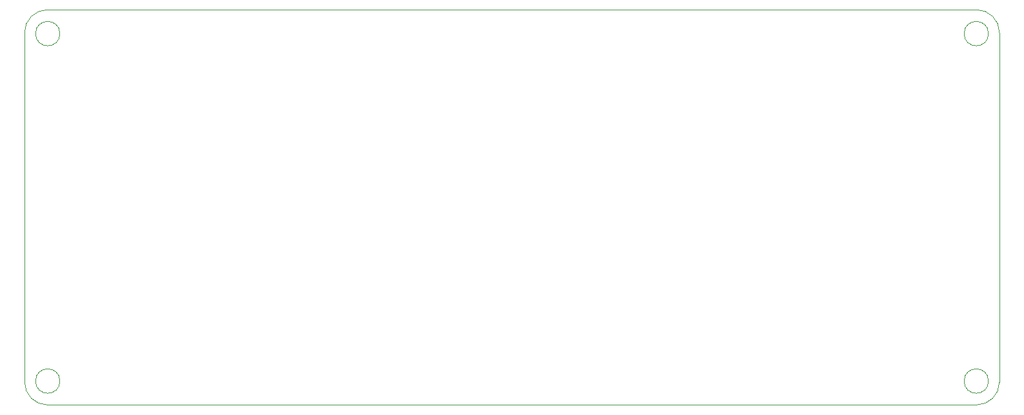
<source format=gbr>
G04 #@! TF.GenerationSoftware,KiCad,Pcbnew,(5.1.5)-3*
G04 #@! TF.CreationDate,2022-12-18T19:23:00+01:00*
G04 #@! TF.ProjectId,SNES controller protoboard,534e4553-2063-46f6-9e74-726f6c6c6572,rev?*
G04 #@! TF.SameCoordinates,Original*
G04 #@! TF.FileFunction,Profile,NP*
%FSLAX46Y46*%
G04 Gerber Fmt 4.6, Leading zero omitted, Abs format (unit mm)*
G04 Created by KiCad (PCBNEW (5.1.5)-3) date 2022-12-18 19:23:00*
%MOMM*%
%LPD*%
G04 APERTURE LIST*
%ADD10C,0.050000*%
G04 APERTURE END LIST*
D10*
X-40000Y-48860000D02*
G75*
G02X-3040000Y-45860000I0J3000000D01*
G01*
X124960000Y-45860000D02*
G75*
G02X121960000Y-48860000I-3000000J0D01*
G01*
X121960000Y3140000D02*
G75*
G02X124960000Y140000I0J-3000000D01*
G01*
X-3040000Y140000D02*
G75*
G02X-40000Y3140000I3000000J0D01*
G01*
X123520000Y-45720000D02*
G75*
G03X123520000Y-45720000I-1600000J0D01*
G01*
X123519620Y-560D02*
G75*
G03X123519620Y-560I-1600000J0D01*
G01*
X1600000Y-45720000D02*
G75*
G03X1600000Y-45720000I-1600000J0D01*
G01*
X1600000Y0D02*
G75*
G03X1600000Y0I-1600000J0D01*
G01*
X-40000Y3140000D02*
X121960000Y3140000D01*
X124960000Y-45860000D02*
X124960000Y140000D01*
X-40000Y-48860000D02*
X121960000Y-48860000D01*
X-3040000Y140000D02*
X-3040000Y-45860000D01*
M02*

</source>
